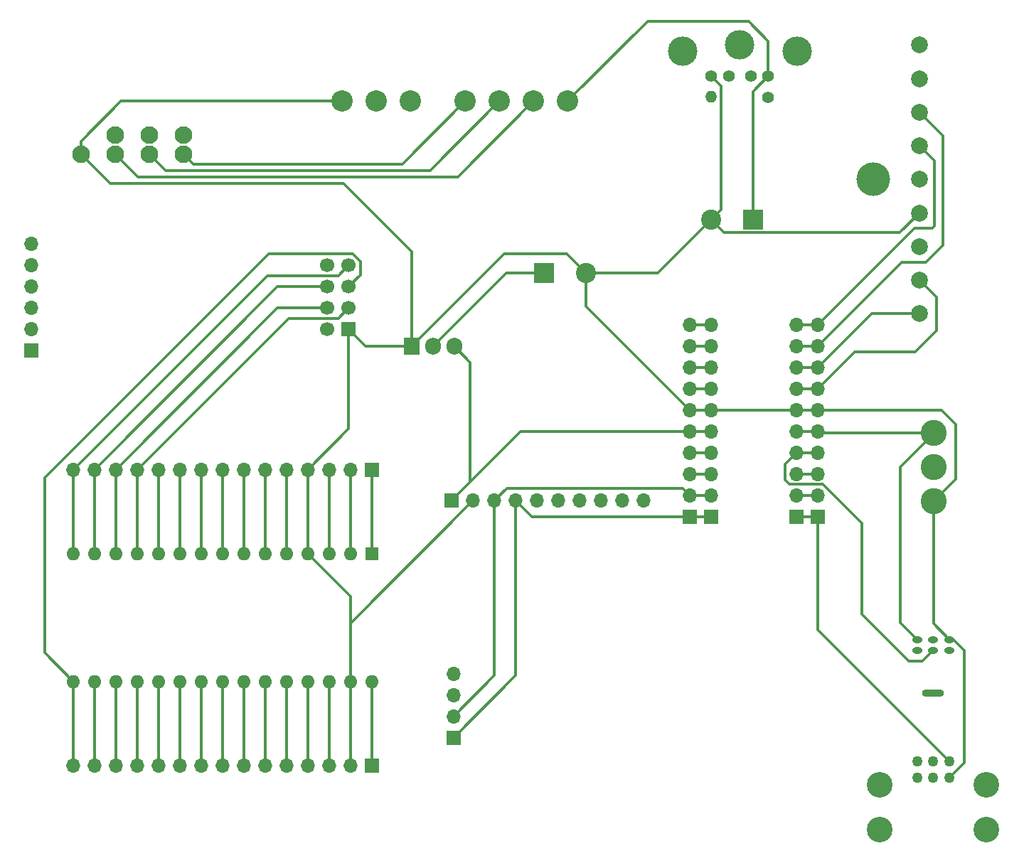
<source format=gbr>
%TF.GenerationSoftware,KiCad,Pcbnew,8.0.3*%
%TF.CreationDate,2024-06-28T16:27:34+02:00*%
%TF.ProjectId,multiradio,6d756c74-6972-4616-9469-6f2e6b696361,rev?*%
%TF.SameCoordinates,Original*%
%TF.FileFunction,Copper,L1,Top*%
%TF.FilePolarity,Positive*%
%FSLAX46Y46*%
G04 Gerber Fmt 4.6, Leading zero omitted, Abs format (unit mm)*
G04 Created by KiCad (PCBNEW 8.0.3) date 2024-06-28 16:27:34*
%MOMM*%
%LPD*%
G01*
G04 APERTURE LIST*
%TA.AperFunction,ComponentPad*%
%ADD10R,1.700000X1.700000*%
%TD*%
%TA.AperFunction,ComponentPad*%
%ADD11O,1.700000X1.700000*%
%TD*%
%TA.AperFunction,ComponentPad*%
%ADD12C,3.048000*%
%TD*%
%TA.AperFunction,ComponentPad*%
%ADD13C,1.270000*%
%TD*%
%TA.AperFunction,ComponentPad*%
%ADD14C,4.000000*%
%TD*%
%TA.AperFunction,ComponentPad*%
%ADD15C,2.000000*%
%TD*%
%TA.AperFunction,ComponentPad*%
%ADD16R,2.400000X2.400000*%
%TD*%
%TA.AperFunction,ComponentPad*%
%ADD17C,2.400000*%
%TD*%
%TA.AperFunction,ComponentPad*%
%ADD18C,2.540000*%
%TD*%
%TA.AperFunction,ComponentPad*%
%ADD19R,1.905000X2.000000*%
%TD*%
%TA.AperFunction,ComponentPad*%
%ADD20O,1.905000X2.000000*%
%TD*%
%TA.AperFunction,ComponentPad*%
%ADD21C,3.100000*%
%TD*%
%TA.AperFunction,ComponentPad*%
%ADD22O,2.650000X0.850000*%
%TD*%
%TA.AperFunction,ComponentPad*%
%ADD23O,1.200000X0.800000*%
%TD*%
%TA.AperFunction,ComponentPad*%
%ADD24C,1.422400*%
%TD*%
%TA.AperFunction,ComponentPad*%
%ADD25O,1.422400X1.422400*%
%TD*%
%TA.AperFunction,ComponentPad*%
%ADD26C,3.500000*%
%TD*%
%TA.AperFunction,ComponentPad*%
%ADD27C,2.100000*%
%TD*%
%TA.AperFunction,ComponentPad*%
%ADD28C,1.700000*%
%TD*%
%TA.AperFunction,ComponentPad*%
%ADD29R,1.600000X1.600000*%
%TD*%
%TA.AperFunction,ComponentPad*%
%ADD30O,1.600000X1.600000*%
%TD*%
%TA.AperFunction,Conductor*%
%ADD31C,0.300000*%
%TD*%
G04 APERTURE END LIST*
D10*
%TO.P,Display1,1,SDA*%
%TO.N,Net-(A1-A4)*%
X133537000Y-121365000D03*
D11*
%TO.P,Display1,2,SCL*%
%TO.N,Net-(A1-A5)*%
X133537000Y-118825000D03*
%TO.P,Display1,3,GND*%
%TO.N,Net-(3v3_regulator1-GND)*%
X133537000Y-116285000D03*
%TO.P,Display1,4,VCC*%
%TO.N,Net-(3v3_regulator1-VI)*%
X133537000Y-113745000D03*
%TD*%
D12*
%TO.P,wii1,*%
%TO.N,*%
X196996750Y-132334000D03*
X196996750Y-127000000D03*
X184296750Y-132334000D03*
X184296750Y-127000000D03*
D13*
%TO.P,wii1,1,VCC_3.3V*%
%TO.N,Net-(3v3_regulator1-VO)*%
X188741750Y-124206000D03*
%TO.P,wii1,2,SCL*%
%TO.N,Net-(U2-LV2)*%
X188741750Y-126111000D03*
%TO.P,wii1,3,Detect_device*%
%TO.N,unconnected-(wii1-Detect_device-Pad3)*%
X190646750Y-124206000D03*
%TO.P,wii1,4,NC*%
%TO.N,unconnected-(wii1-NC-Pad4)*%
X190646750Y-126111000D03*
%TO.P,wii1,5,SDA*%
%TO.N,Net-(U2-LV1)*%
X192551750Y-124206000D03*
%TO.P,wii1,6,GND*%
%TO.N,Net-(3v3_regulator1-GND)*%
X192551750Y-126111000D03*
%TD*%
D14*
%TO.P,Playstation1,*%
%TO.N,*%
X183476000Y-54888000D03*
D15*
%TO.P,Playstation1,1,DATA*%
%TO.N,Net-(Playstation1-DATA)*%
X188976000Y-70888000D03*
%TO.P,Playstation1,2,CMD*%
%TO.N,Net-(Playstation1-CMD)*%
X188976000Y-66888000D03*
%TO.P,Playstation1,3,MOTOR*%
%TO.N,unconnected-(Playstation1-MOTOR-Pad3)*%
X188976000Y-62888000D03*
%TO.P,Playstation1,4,GND*%
%TO.N,Net-(3v3_regulator1-GND)*%
X188976000Y-58888000D03*
%TO.P,Playstation1,5,3.3V*%
%TO.N,Net-(3v3_regulator1-VO)*%
X188976000Y-54888000D03*
%TO.P,Playstation1,6,ATTN*%
%TO.N,Net-(Playstation1-ATTN)*%
X188976000Y-50888000D03*
%TO.P,Playstation1,7,CLK*%
%TO.N,Net-(Playstation1-CLK)*%
X188976000Y-46888000D03*
%TO.P,Playstation1,8,NC*%
%TO.N,unconnected-(Playstation1-NC-Pad8)*%
X188976000Y-42888000D03*
%TO.P,Playstation1,9,ACK*%
%TO.N,unconnected-(Playstation1-ACK-Pad9)*%
X188976000Y-38888000D03*
%TD*%
D16*
%TO.P,C2,1*%
%TO.N,Net-(3v3_regulator1-VO)*%
X144272000Y-66040000D03*
D17*
%TO.P,C2,2*%
%TO.N,Net-(3v3_regulator1-GND)*%
X149272000Y-66040000D03*
%TD*%
D18*
%TO.P,Snes1,1,5V*%
%TO.N,Net-(3v3_regulator1-VI)*%
X147121000Y-45564750D03*
%TO.P,Snes1,2,CLK*%
%TO.N,Net-(A1-D8)*%
X143057000Y-45564750D03*
%TO.P,Snes1,3,LTCH*%
%TO.N,Net-(A1-D7)*%
X138993000Y-45564750D03*
%TO.P,Snes1,4,DATA*%
%TO.N,Net-(A1-D6)*%
X134929000Y-45564750D03*
%TO.P,Snes1,5*%
%TO.N,N/C*%
X128365000Y-45564750D03*
%TO.P,Snes1,6*%
X124301000Y-45564750D03*
%TO.P,Snes1,7,GND*%
%TO.N,Net-(3v3_regulator1-GND)*%
X120237000Y-45564750D03*
%TD*%
D19*
%TO.P,3v3_regulator1,1,GND*%
%TO.N,Net-(3v3_regulator1-GND)*%
X128524000Y-74762000D03*
D20*
%TO.P,3v3_regulator1,2,VO*%
%TO.N,Net-(3v3_regulator1-VO)*%
X131064000Y-74762000D03*
%TO.P,3v3_regulator1,3,VI*%
%TO.N,Net-(3v3_regulator1-VI)*%
X133604000Y-74762000D03*
%TD*%
D21*
%TO.P,N64_controller1,1,3.3v*%
%TO.N,Net-(3v3_regulator1-VO)*%
X190647000Y-85090000D03*
%TO.P,N64_controller1,2,DATA*%
%TO.N,Net-(N64_controller1-DATA)*%
X190647000Y-89154000D03*
%TO.P,N64_controller1,3,GND*%
%TO.N,Net-(3v3_regulator1-GND)*%
X190647000Y-93218000D03*
%TD*%
D10*
%TO.P,MPU1,1,VCC*%
%TO.N,Net-(3v3_regulator1-VI)*%
X133312000Y-93161000D03*
D11*
%TO.P,MPU1,2,GND*%
%TO.N,Net-(3v3_regulator1-GND)*%
X135852000Y-93161000D03*
%TO.P,MPU1,3,SCL*%
%TO.N,Net-(A1-A5)*%
X138392000Y-93161000D03*
%TO.P,MPU1,4,SDA*%
%TO.N,Net-(A1-A4)*%
X140932000Y-93161000D03*
%TO.P,MPU1,5,EDA*%
%TO.N,unconnected-(MPU1-EDA-Pad5)*%
X143472000Y-93161000D03*
%TO.P,MPU1,6,ECL*%
%TO.N,unconnected-(MPU1-ECL-Pad6)*%
X146012000Y-93161000D03*
%TO.P,MPU1,7,ADO*%
%TO.N,unconnected-(MPU1-ADO-Pad7)*%
X148552000Y-93161000D03*
%TO.P,MPU1,8,INT*%
%TO.N,unconnected-(MPU1-INT-Pad8)*%
X151092000Y-93161000D03*
%TO.P,MPU1,9,NCS*%
%TO.N,unconnected-(MPU1-NCS-Pad9)*%
X153632000Y-93161000D03*
%TO.P,MPU1,10,FSYNC*%
%TO.N,unconnected-(MPU1-FSYNC-Pad10)*%
X156172000Y-93161000D03*
%TD*%
D22*
%TO.P,Gamecube1,0*%
%TO.N,N/C*%
X190646750Y-116097000D03*
D23*
%TO.P,Gamecube1,1,5v*%
%TO.N,unconnected-(Gamecube1-5v-Pad1)*%
X192556750Y-110982000D03*
%TO.P,Gamecube1,2,DATA*%
%TO.N,Net-(Gamecube1-DATA)*%
X190646750Y-110982000D03*
%TO.P,Gamecube1,3,GND*%
%TO.N,Net-(3v3_regulator1-GND)*%
X188736750Y-110982000D03*
%TO.P,Gamecube1,4,GND*%
X192556750Y-109712000D03*
%TO.P,Gamecube1,5,NC*%
%TO.N,unconnected-(Gamecube1-NC-Pad5)*%
X190646750Y-109712000D03*
%TO.P,Gamecube1,6,3.3v*%
%TO.N,Net-(3v3_regulator1-VO)*%
X188736750Y-109712000D03*
%TD*%
D16*
%TO.P,C1,1*%
%TO.N,Net-(3v3_regulator1-VI)*%
X169175729Y-59690000D03*
D17*
%TO.P,C1,2*%
%TO.N,Net-(3v3_regulator1-GND)*%
X164175729Y-59690000D03*
%TD*%
D24*
%TO.P,ps/2_connector1,1*%
%TO.N,unconnected-(ps/2_connector1-Pad1)*%
X170994000Y-45115000D03*
%TO.P,ps/2_connector1,2,5v*%
%TO.N,Net-(3v3_regulator1-VI)*%
X170994000Y-42615000D03*
%TO.P,ps/2_connector1,3*%
%TO.N,unconnected-(ps/2_connector1-Pad3)*%
X168894000Y-42615000D03*
%TO.P,ps/2_connector1,4,DATA*%
%TO.N,Net-(A1-D3)*%
X166294000Y-42615000D03*
%TO.P,ps/2_connector1,5,GND*%
%TO.N,Net-(3v3_regulator1-GND)*%
X164194000Y-42615000D03*
D25*
%TO.P,ps/2_connector1,6,CLK*%
%TO.N,Net-(A1-D2)*%
X164194000Y-45065000D03*
D26*
%TO.P,ps/2_connector1,SH1*%
%TO.N,N/C*%
X174394000Y-39615000D03*
%TO.P,ps/2_connector1,SH2*%
X167594000Y-38815000D03*
%TO.P,ps/2_connector1,SH3*%
X160844000Y-39615000D03*
%TD*%
D10*
%TO.P,U2,1,LV1*%
%TO.N,Net-(U2-LV1)*%
X176857000Y-95094500D03*
X174317000Y-95094500D03*
D11*
%TO.P,U2,2,LV2*%
%TO.N,Net-(U2-LV2)*%
X176857000Y-92554500D03*
X174317000Y-92554500D03*
%TO.P,U2,3,LV3*%
%TO.N,Net-(N64_controller1-DATA)*%
X176857000Y-90014500D03*
X174317000Y-90014500D03*
%TO.P,U2,4,LV4*%
%TO.N,Net-(Gamecube1-DATA)*%
X176857000Y-87474500D03*
X174317000Y-87474500D03*
%TO.P,U2,5,LV*%
%TO.N,Net-(3v3_regulator1-VO)*%
X176857000Y-84934500D03*
X174317000Y-84934500D03*
%TO.P,U2,6,GND*%
%TO.N,Net-(3v3_regulator1-GND)*%
X176857000Y-82394500D03*
X174317000Y-82394500D03*
%TO.P,U2,7,LV5*%
%TO.N,Net-(Playstation1-CMD)*%
X176857000Y-79854500D03*
X174317000Y-79854500D03*
%TO.P,U2,8,LV6*%
%TO.N,Net-(Playstation1-DATA)*%
X176857000Y-77314500D03*
X174317000Y-77314500D03*
%TO.P,U2,9,LV7*%
%TO.N,Net-(Playstation1-CLK)*%
X176857000Y-74774500D03*
X174317000Y-74774500D03*
%TO.P,U2,10,LV8*%
%TO.N,Net-(Playstation1-ATTN)*%
X176857000Y-72234500D03*
X174317000Y-72234500D03*
D10*
%TO.P,U2,11,HV1*%
%TO.N,Net-(A1-A4)*%
X164157000Y-95094500D03*
X161617000Y-95094500D03*
D11*
%TO.P,U2,12,HV2*%
%TO.N,Net-(A1-A5)*%
X164157000Y-92554500D03*
X161617000Y-92554500D03*
%TO.P,U2,13,HV3*%
%TO.N,Net-(A1-D5)*%
X164157000Y-90014500D03*
X161617000Y-90014500D03*
%TO.P,U2,14,HV4*%
%TO.N,Net-(A1-D4)*%
X164157000Y-87474500D03*
X161617000Y-87474500D03*
%TO.P,U2,15,HV*%
%TO.N,Net-(3v3_regulator1-VI)*%
X164157000Y-84934500D03*
X161617000Y-84934500D03*
%TO.P,U2,16,GND*%
%TO.N,Net-(3v3_regulator1-GND)*%
X164157000Y-82394500D03*
X161617000Y-82394500D03*
%TO.P,U2,17,HV5*%
%TO.N,Net-(A1-D11)*%
X164157000Y-79854500D03*
X161617000Y-79854500D03*
%TO.P,U2,18,HV6*%
%TO.N,Net-(A1-D12)*%
X164157000Y-77314500D03*
X161617000Y-77314500D03*
%TO.P,U2,19,HV7*%
%TO.N,Net-(A1-D13)*%
X164157000Y-74774500D03*
X161617000Y-74774500D03*
%TO.P,U2,20,HV8*%
%TO.N,Net-(A1-D10)*%
X164157000Y-72234500D03*
X161617000Y-72234500D03*
%TD*%
D27*
%TO.P,Nes1,1,5V*%
%TO.N,Net-(3v3_regulator1-VI)*%
X93218000Y-49568600D03*
%TO.P,Nes1,2,CLK*%
%TO.N,Net-(A1-D8)*%
X93218000Y-51880000D03*
%TO.P,Nes1,3,LTCH*%
%TO.N,Net-(A1-D7)*%
X97282000Y-51880000D03*
%TO.P,Nes1,4,DATA*%
%TO.N,Net-(A1-D6)*%
X101346000Y-51880000D03*
%TO.P,Nes1,5*%
%TO.N,N/C*%
X97282000Y-49568600D03*
%TO.P,Nes1,6*%
X101346000Y-49568600D03*
%TO.P,Nes1,7,GND*%
%TO.N,Net-(3v3_regulator1-GND)*%
X89154000Y-51880000D03*
%TD*%
D10*
%TO.P,NRF1,*%
%TO.N,*%
X83275000Y-75295000D03*
D11*
X83275000Y-72755000D03*
X83275000Y-70215000D03*
X83275000Y-67675000D03*
X83275000Y-65135000D03*
X83275000Y-62595000D03*
D10*
%TO.P,NRF1,1,GND*%
%TO.N,Net-(3v3_regulator1-GND)*%
X121013000Y-72755000D03*
D28*
%TO.P,NRF1,2,VCC*%
%TO.N,Net-(3v3_regulator1-VO)*%
X118473000Y-72755000D03*
%TO.P,NRF1,3,CE*%
%TO.N,Net-(A1-D9)*%
X121013000Y-70215000D03*
%TO.P,NRF1,4,~{CSN}*%
%TO.N,Net-(A1-D10)*%
X118473000Y-70215000D03*
%TO.P,NRF1,5,SCK*%
%TO.N,Net-(A1-D13)*%
X121013000Y-67675000D03*
%TO.P,NRF1,6,MOSI*%
%TO.N,Net-(A1-D11)*%
X118473000Y-67675000D03*
%TO.P,NRF1,7,MISO*%
%TO.N,Net-(A1-D12)*%
X121013000Y-65135000D03*
%TO.P,NRF1,8,IRQ*%
%TO.N,unconnected-(NRF1-IRQ-Pad8)*%
X118473000Y-65135000D03*
%TD*%
D10*
%TO.P,A1,1,D1/TX*%
%TO.N,unconnected-(A1-D1{slash}TX-Pad1)*%
X123797000Y-89445000D03*
D29*
X123797000Y-99444857D03*
D11*
%TO.P,A1,2,D0/RX*%
%TO.N,unconnected-(A1-D0{slash}RX-Pad2)*%
X121257000Y-89445000D03*
D30*
X121257000Y-99444857D03*
D11*
%TO.P,A1,3,~{RESET}*%
%TO.N,unconnected-(A1-~{RESET}-Pad3)*%
X118717000Y-89445000D03*
D30*
X118717000Y-99444857D03*
D11*
%TO.P,A1,4,GND*%
%TO.N,Net-(3v3_regulator1-GND)*%
X116177000Y-89445000D03*
D30*
X116177000Y-99444857D03*
D11*
%TO.P,A1,5,D2*%
%TO.N,Net-(A1-D2)*%
X113637000Y-89445000D03*
D30*
X113637000Y-99444857D03*
D11*
%TO.P,A1,6,D3*%
%TO.N,Net-(A1-D3)*%
X111097000Y-89445000D03*
D30*
X111097000Y-99444857D03*
D11*
%TO.P,A1,7,D4*%
%TO.N,Net-(A1-D4)*%
X108557000Y-89445000D03*
D30*
X108557000Y-99444857D03*
D11*
%TO.P,A1,8,D5*%
%TO.N,Net-(A1-D5)*%
X106017000Y-89445000D03*
D30*
X106017000Y-99444857D03*
D11*
%TO.P,A1,9,D6*%
%TO.N,Net-(A1-D6)*%
X103477000Y-89445000D03*
D30*
X103477000Y-99444857D03*
D11*
%TO.P,A1,10,D7*%
%TO.N,Net-(A1-D7)*%
X100937000Y-89445000D03*
D30*
X100937000Y-99444857D03*
D11*
%TO.P,A1,11,D8*%
%TO.N,Net-(A1-D8)*%
X98397000Y-89445000D03*
D30*
X98397000Y-99444857D03*
D11*
%TO.P,A1,12,D9*%
%TO.N,Net-(A1-D9)*%
X95857000Y-89445000D03*
D30*
X95857000Y-99444857D03*
D11*
%TO.P,A1,13,D10*%
%TO.N,Net-(A1-D10)*%
X93317000Y-89445000D03*
D30*
X93317000Y-99444857D03*
D11*
%TO.P,A1,14,D11*%
%TO.N,Net-(A1-D11)*%
X90777000Y-89445000D03*
D30*
X90777000Y-99444857D03*
D11*
%TO.P,A1,15,D12*%
%TO.N,Net-(A1-D12)*%
X88237000Y-89445000D03*
D30*
X88237000Y-99444857D03*
%TO.P,A1,16,D13*%
%TO.N,Net-(A1-D13)*%
X88237000Y-114684857D03*
D11*
X88237000Y-124685000D03*
D30*
%TO.P,A1,17,3V3*%
%TO.N,unconnected-(A1-3V3-Pad17)*%
X90777000Y-114684857D03*
D11*
X90777000Y-124685000D03*
D30*
%TO.P,A1,18,AREF*%
%TO.N,unconnected-(A1-AREF-Pad18)*%
X93317000Y-114684857D03*
D11*
X93317000Y-124685000D03*
D30*
%TO.P,A1,19,A0*%
%TO.N,unconnected-(A1-A0-Pad19)*%
X95857000Y-114684857D03*
D11*
X95857000Y-124685000D03*
D30*
%TO.P,A1,20,A1*%
%TO.N,unconnected-(A1-A1-Pad20)*%
X98397000Y-114684857D03*
D11*
X98397000Y-124685000D03*
D30*
%TO.P,A1,21,A2*%
%TO.N,unconnected-(A1-A2-Pad21)*%
X100937000Y-114684857D03*
D11*
X100937000Y-124685000D03*
D30*
%TO.P,A1,22,A3*%
%TO.N,unconnected-(A1-A3-Pad22)*%
X103477000Y-114684857D03*
D11*
X103477000Y-124685000D03*
D30*
%TO.P,A1,23,A4*%
%TO.N,Net-(A1-A4)*%
X106017000Y-114684857D03*
D11*
X106017000Y-124685000D03*
D30*
%TO.P,A1,24,A5*%
%TO.N,Net-(A1-A5)*%
X108557000Y-114684857D03*
D11*
X108557000Y-124685000D03*
D30*
%TO.P,A1,25,A6*%
%TO.N,unconnected-(A1-A6-Pad25)*%
X111097000Y-114684857D03*
D11*
X111097000Y-124685000D03*
D30*
%TO.P,A1,26,A7*%
%TO.N,unconnected-(A1-A7-Pad26)*%
X113637000Y-114684857D03*
D11*
X113637000Y-124685000D03*
D30*
%TO.P,A1,27,+5V*%
%TO.N,Net-(3v3_regulator1-VI)*%
X116177000Y-114684857D03*
D11*
X116177000Y-124685000D03*
D30*
%TO.P,A1,28,~{RESET}*%
%TO.N,unconnected-(A1-~{RESET}-Pad28)*%
X118717000Y-114684857D03*
D11*
X118717000Y-124685000D03*
D30*
%TO.P,A1,29,GND*%
%TO.N,Net-(3v3_regulator1-GND)*%
X121257000Y-114684857D03*
D11*
X121257000Y-124685000D03*
D30*
%TO.P,A1,30,VIN*%
%TO.N,unconnected-(A1-VIN-Pad30)*%
X123797000Y-114684857D03*
D10*
X123797000Y-124685000D03*
%TD*%
D31*
%TO.N,Net-(3v3_regulator1-VI)*%
X116177000Y-114684857D02*
X116177000Y-124685000D01*
X135519000Y-90954000D02*
X133312000Y-93161000D01*
X133312000Y-93161000D02*
X141538500Y-84934500D01*
X141538500Y-84934500D02*
X161617000Y-84934500D01*
X133604000Y-74762000D02*
X135519000Y-76677000D01*
X147121000Y-45564750D02*
X156617750Y-36068000D01*
X170994000Y-38406000D02*
X170994000Y-42615000D01*
X164157000Y-84934500D02*
X161617000Y-84934500D01*
X170994000Y-42615000D02*
X169175729Y-44433271D01*
X135519000Y-76677000D02*
X135519000Y-90954000D01*
X169175729Y-44433271D02*
X169175729Y-59690000D01*
X156617750Y-36068000D02*
X168656000Y-36068000D01*
X168656000Y-36068000D02*
X170994000Y-38406000D01*
%TO.N,Net-(3v3_regulator1-GND)*%
X191614500Y-82394500D02*
X176857000Y-82394500D01*
X121257000Y-104524857D02*
X116177000Y-99444857D01*
X120237000Y-45564750D02*
X93942607Y-45564750D01*
X89154000Y-50353357D02*
X89154000Y-51880000D01*
X128524000Y-63500000D02*
X128524000Y-74762000D01*
X149272000Y-66040000D02*
X157825729Y-66040000D01*
X128524000Y-74762000D02*
X123020000Y-74762000D01*
X121257000Y-107756000D02*
X121257000Y-114684857D01*
X121013000Y-84609000D02*
X116177000Y-89445000D01*
X116177000Y-89445000D02*
X116177000Y-99444857D01*
X193294000Y-90571000D02*
X193294000Y-84074000D01*
X190647000Y-93218000D02*
X193294000Y-90571000D01*
X165725729Y-61240000D02*
X186624000Y-61240000D01*
X190647000Y-107802250D02*
X192556750Y-109712000D01*
X176857000Y-82394500D02*
X174317000Y-82394500D01*
X164175729Y-59690000D02*
X165725729Y-61240000D01*
X135852000Y-93161000D02*
X121257000Y-107756000D01*
X149272000Y-66040000D02*
X149272000Y-70049500D01*
X164175729Y-59690000D02*
X165375729Y-58490000D01*
X149272000Y-66040000D02*
X146986000Y-63754000D01*
X190647000Y-93218000D02*
X190647000Y-107802250D01*
X123020000Y-74762000D02*
X121013000Y-72755000D01*
X165375729Y-43796729D02*
X164194000Y-42615000D01*
X149272000Y-70049500D02*
X161617000Y-82394500D01*
X193024000Y-109712000D02*
X194310000Y-110998000D01*
X146986000Y-63754000D02*
X139532000Y-63754000D01*
X193294000Y-84074000D02*
X191614500Y-82394500D01*
X194310000Y-110998000D02*
X194310000Y-124352750D01*
X93942607Y-45564750D02*
X89154000Y-50353357D01*
X164157000Y-82394500D02*
X174317000Y-82394500D01*
X157825729Y-66040000D02*
X164175729Y-59690000D01*
X165375729Y-58490000D02*
X165375729Y-43796729D01*
X186624000Y-61240000D02*
X188976000Y-58888000D01*
X194310000Y-124352750D02*
X192551750Y-126111000D01*
X139532000Y-63754000D02*
X128524000Y-74762000D01*
X121257000Y-114684857D02*
X121257000Y-104524857D01*
X161617000Y-82394500D02*
X164157000Y-82394500D01*
X120396000Y-55372000D02*
X128524000Y-63500000D01*
X89154000Y-51880000D02*
X92646000Y-55372000D01*
X121257000Y-114684857D02*
X121257000Y-124685000D01*
X192556750Y-109712000D02*
X193024000Y-109712000D01*
X92646000Y-55372000D02*
X120396000Y-55372000D01*
X121013000Y-72755000D02*
X121013000Y-84609000D01*
%TO.N,Net-(3v3_regulator1-VO)*%
X186690000Y-107665250D02*
X188736750Y-109712000D01*
X139786000Y-66040000D02*
X131064000Y-74762000D01*
X174317000Y-84934500D02*
X176857000Y-84934500D01*
X190647000Y-85090000D02*
X177012500Y-85090000D01*
X190647000Y-85197000D02*
X186690000Y-89154000D01*
X186690000Y-89154000D02*
X186690000Y-107665250D01*
X144272000Y-66040000D02*
X139786000Y-66040000D01*
X190647000Y-85090000D02*
X190647000Y-85197000D01*
X177012500Y-85090000D02*
X176857000Y-84934500D01*
%TO.N,Net-(A1-D7)*%
X100937000Y-89445000D02*
X100937000Y-99444857D01*
X130709750Y-53848000D02*
X99250000Y-53848000D01*
X138993000Y-45564750D02*
X130709750Y-53848000D01*
X99250000Y-53848000D02*
X97282000Y-51880000D01*
%TO.N,Net-(A1-D9)*%
X113887000Y-71415000D02*
X95857000Y-89445000D01*
X95857000Y-89445000D02*
X95857000Y-99444857D01*
X119813000Y-71415000D02*
X113887000Y-71415000D01*
X121013000Y-70215000D02*
X119813000Y-71415000D01*
%TO.N,unconnected-(A1-~{RESET}-Pad3)*%
X118717000Y-89445000D02*
X118717000Y-99444857D01*
%TO.N,unconnected-(A1-~{RESET}-Pad28)*%
X118717000Y-124685000D02*
X118717000Y-114684857D01*
%TO.N,unconnected-(A1-A3-Pad22)*%
X103477000Y-124685000D02*
X103477000Y-114684857D01*
%TO.N,unconnected-(A1-3V3-Pad17)*%
X90777000Y-114684857D02*
X90777000Y-124685000D01*
%TO.N,Net-(A1-D5)*%
X161617000Y-90014500D02*
X164157000Y-90014500D01*
X106017000Y-89445000D02*
X106017000Y-99444857D01*
%TO.N,Net-(A1-A5)*%
X138392000Y-93161000D02*
X139848500Y-91704500D01*
X138392000Y-113970000D02*
X133537000Y-118825000D01*
X108557000Y-124685000D02*
X108557000Y-114684857D01*
X160767000Y-91704500D02*
X161617000Y-92554500D01*
X139848500Y-91704500D02*
X160767000Y-91704500D01*
X138392000Y-93161000D02*
X138392000Y-113970000D01*
X164157000Y-92554500D02*
X161617000Y-92554500D01*
%TO.N,Net-(A1-D3)*%
X111097000Y-89445000D02*
X111097000Y-99444857D01*
%TO.N,unconnected-(A1-A2-Pad21)*%
X100937000Y-114684857D02*
X100937000Y-124685000D01*
%TO.N,unconnected-(A1-A6-Pad25)*%
X111097000Y-114684857D02*
X111097000Y-124685000D01*
%TO.N,Net-(A1-D11)*%
X164157000Y-79854500D02*
X161617000Y-79854500D01*
X118473000Y-67675000D02*
X112547000Y-67675000D01*
X90777000Y-89445000D02*
X90777000Y-99444857D01*
X112547000Y-67675000D02*
X90777000Y-89445000D01*
%TO.N,Net-(A1-D12)*%
X88237000Y-99444857D02*
X88237000Y-89445000D01*
X121013000Y-65135000D02*
X119813000Y-66335000D01*
X111347000Y-66335000D02*
X88237000Y-89445000D01*
X119813000Y-66335000D02*
X111347000Y-66335000D01*
X161617000Y-77314500D02*
X164157000Y-77314500D01*
%TO.N,unconnected-(A1-A1-Pad20)*%
X98397000Y-124685000D02*
X98397000Y-114684857D01*
%TO.N,Net-(A1-D8)*%
X134011750Y-54610000D02*
X95948000Y-54610000D01*
X98397000Y-99444857D02*
X98397000Y-89445000D01*
X143057000Y-45564750D02*
X134011750Y-54610000D01*
X95948000Y-54610000D02*
X93218000Y-51880000D01*
%TO.N,unconnected-(A1-AREF-Pad18)*%
X93317000Y-124685000D02*
X93317000Y-114684857D01*
%TO.N,Net-(A1-D4)*%
X108557000Y-99444857D02*
X108557000Y-89445000D01*
X164157000Y-87474500D02*
X161617000Y-87474500D01*
%TO.N,Net-(A1-D2)*%
X113637000Y-99444857D02*
X113637000Y-89445000D01*
%TO.N,Net-(A1-D10)*%
X118473000Y-70215000D02*
X112547000Y-70215000D01*
X93317000Y-99444857D02*
X93317000Y-89445000D01*
X161617000Y-72234500D02*
X164157000Y-72234500D01*
X112547000Y-70215000D02*
X93317000Y-89445000D01*
%TO.N,Net-(A1-D13)*%
X84836000Y-111283857D02*
X88237000Y-114684857D01*
X111506000Y-63754000D02*
X84836000Y-90424000D01*
X122428000Y-64684471D02*
X121497529Y-63754000D01*
X122428000Y-66260000D02*
X122428000Y-64684471D01*
X121013000Y-67675000D02*
X122428000Y-66260000D01*
X164157000Y-74774500D02*
X161617000Y-74774500D01*
X121497529Y-63754000D02*
X111506000Y-63754000D01*
X88237000Y-124685000D02*
X88237000Y-114684857D01*
X84836000Y-90424000D02*
X84836000Y-111283857D01*
%TO.N,unconnected-(A1-A0-Pad19)*%
X95857000Y-114684857D02*
X95857000Y-124685000D01*
%TO.N,unconnected-(A1-A7-Pad26)*%
X113637000Y-124685000D02*
X113637000Y-114684857D01*
%TO.N,Net-(A1-D6)*%
X103477000Y-99444857D02*
X103477000Y-89445000D01*
X134929000Y-45564750D02*
X127407750Y-53086000D01*
X127407750Y-53086000D02*
X102552000Y-53086000D01*
X102552000Y-53086000D02*
X101346000Y-51880000D01*
%TO.N,unconnected-(A1-VIN-Pad30)*%
X123797000Y-124685000D02*
X123797000Y-114684857D01*
%TO.N,unconnected-(A1-D1{slash}TX-Pad1)*%
X123797000Y-89445000D02*
X123797000Y-99444857D01*
%TO.N,Net-(A1-A4)*%
X161617000Y-95094500D02*
X164157000Y-95094500D01*
X140932000Y-113970000D02*
X133537000Y-121365000D01*
X140932000Y-93161000D02*
X142865500Y-95094500D01*
X140932000Y-93161000D02*
X140932000Y-113970000D01*
X142865500Y-95094500D02*
X161617000Y-95094500D01*
X106017000Y-114684857D02*
X106017000Y-124685000D01*
%TO.N,unconnected-(A1-D0{slash}RX-Pad2)*%
X121257000Y-99444857D02*
X121257000Y-89445000D01*
%TO.N,Net-(Gamecube1-DATA)*%
X174317000Y-87474500D02*
X172974000Y-88817500D01*
X173510500Y-91214500D02*
X177521278Y-91214500D01*
X182118000Y-95811222D02*
X182118000Y-106680000D01*
X172974000Y-88817500D02*
X172974000Y-90678000D01*
X177521278Y-91214500D02*
X182118000Y-95811222D01*
X189360750Y-112268000D02*
X190646750Y-110982000D01*
X176857000Y-87474500D02*
X174317000Y-87474500D01*
X172974000Y-90678000D02*
X173510500Y-91214500D01*
X182118000Y-106680000D02*
X187706000Y-112268000D01*
X187706000Y-112268000D02*
X189360750Y-112268000D01*
%TO.N,Net-(N64_controller1-DATA)*%
X174317000Y-90014500D02*
X176857000Y-90014500D01*
%TO.N,Net-(U2-LV2)*%
X174317000Y-92554500D02*
X176857000Y-92554500D01*
%TO.N,Net-(U2-LV1)*%
X192551750Y-124206000D02*
X176857000Y-108511250D01*
X176857000Y-108511250D02*
X176857000Y-95094500D01*
X174317000Y-95094500D02*
X176857000Y-95094500D01*
%TO.N,Net-(Playstation1-DATA)*%
X176857000Y-77314500D02*
X174317000Y-77314500D01*
X188976000Y-70888000D02*
X183283500Y-70888000D01*
X183283500Y-70888000D02*
X176857000Y-77314500D01*
%TO.N,Net-(Playstation1-ATTN)*%
X176857000Y-72234500D02*
X174317000Y-72234500D01*
X190754000Y-60452000D02*
X190500000Y-60706000D01*
X188385500Y-60706000D02*
X176857000Y-72234500D01*
X188976000Y-50888000D02*
X190754000Y-52666000D01*
X190754000Y-52666000D02*
X190754000Y-60452000D01*
X190500000Y-60706000D02*
X188385500Y-60706000D01*
%TO.N,Net-(Playstation1-CLK)*%
X189738000Y-64770000D02*
X186861500Y-64770000D01*
X191770000Y-62738000D02*
X189738000Y-64770000D01*
X174317000Y-74774500D02*
X176857000Y-74774500D01*
X188976000Y-46888000D02*
X191770000Y-49682000D01*
X186861500Y-64770000D02*
X176857000Y-74774500D01*
X191770000Y-49682000D02*
X191770000Y-62738000D01*
%TO.N,Net-(Playstation1-CMD)*%
X191008000Y-72898000D02*
X188468000Y-75438000D01*
X188468000Y-75438000D02*
X181273500Y-75438000D01*
X191008000Y-68920000D02*
X191008000Y-72898000D01*
X174317000Y-79854500D02*
X176857000Y-79854500D01*
X188976000Y-66888000D02*
X191008000Y-68920000D01*
X181273500Y-75438000D02*
X176857000Y-79854500D01*
%TD*%
M02*

</source>
